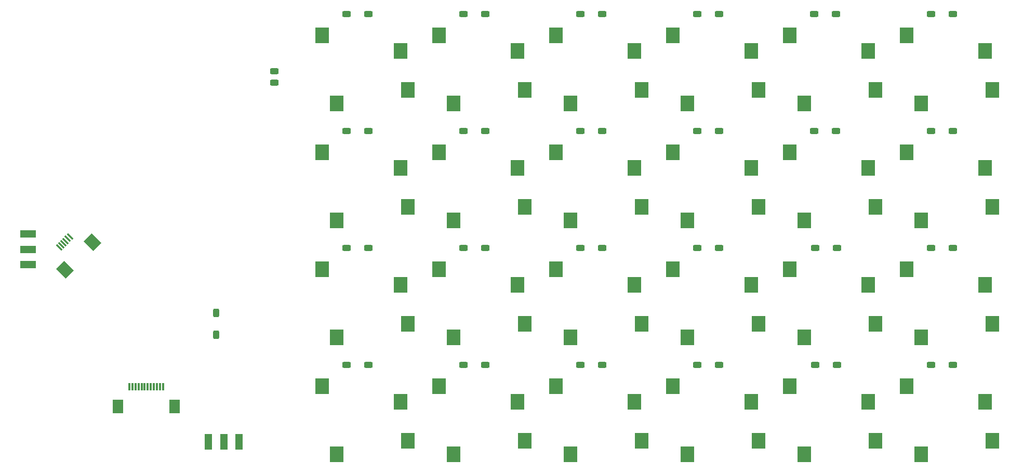
<source format=gbr>
%TF.GenerationSoftware,KiCad,Pcbnew,9.0.5-9.0.5~ubuntu24.04.1*%
%TF.CreationDate,2025-11-20T23:26:15+08:00*%
%TF.ProjectId,TPS,5450532e-6b69-4636-9164-5f7063625858,rev?*%
%TF.SameCoordinates,Original*%
%TF.FileFunction,Paste,Top*%
%TF.FilePolarity,Positive*%
%FSLAX46Y46*%
G04 Gerber Fmt 4.6, Leading zero omitted, Abs format (unit mm)*
G04 Created by KiCad (PCBNEW 9.0.5-9.0.5~ubuntu24.04.1) date 2025-11-20 23:26:15*
%MOMM*%
%LPD*%
G01*
G04 APERTURE LIST*
G04 Aperture macros list*
%AMRoundRect*
0 Rectangle with rounded corners*
0 $1 Rounding radius*
0 $2 $3 $4 $5 $6 $7 $8 $9 X,Y pos of 4 corners*
0 Add a 4 corners polygon primitive as box body*
4,1,4,$2,$3,$4,$5,$6,$7,$8,$9,$2,$3,0*
0 Add four circle primitives for the rounded corners*
1,1,$1+$1,$2,$3*
1,1,$1+$1,$4,$5*
1,1,$1+$1,$6,$7*
1,1,$1+$1,$8,$9*
0 Add four rect primitives between the rounded corners*
20,1,$1+$1,$2,$3,$4,$5,0*
20,1,$1+$1,$4,$5,$6,$7,0*
20,1,$1+$1,$6,$7,$8,$9,0*
20,1,$1+$1,$8,$9,$2,$3,0*%
%AMRotRect*
0 Rectangle, with rotation*
0 The origin of the aperture is its center*
0 $1 length*
0 $2 width*
0 $3 Rotation angle, in degrees counterclockwise*
0 Add horizontal line*
21,1,$1,$2,0,0,$3*%
%AMOutline4P*
0 Free polygon, 4 corners , with rotation*
0 The origin of the aperture is its center*
0 number of corners: always 4*
0 $1 to $8 corner X, Y*
0 $9 Rotation angle, in degrees counterclockwise*
0 create outline with 4 corners*
4,1,4,$1,$2,$3,$4,$5,$6,$7,$8,$1,$2,$9*%
G04 Aperture macros list end*
%ADD10RoundRect,0.250000X-0.450000X-0.250000X0.450000X-0.250000X0.450000X0.250000X-0.450000X0.250000X0*%
%ADD11Outline4P,-1.079500X-1.250000X1.079500X-1.250000X1.079500X1.250000X-1.079500X1.250000X180.000000*%
%ADD12RoundRect,0.250000X-0.250000X0.450000X-0.250000X-0.450000X0.250000X-0.450000X0.250000X0.450000X0*%
%ADD13RotRect,0.300000X1.300000X45.000000*%
%ADD14RotRect,1.800000X2.200000X45.000000*%
%ADD15RoundRect,0.243750X0.456250X-0.243750X0.456250X0.243750X-0.456250X0.243750X-0.456250X-0.243750X0*%
%ADD16Outline4P,-0.600000X-1.250000X0.600000X-1.250000X0.600000X1.250000X-0.600000X1.250000X270.000000*%
%ADD17R,0.300000X1.300000*%
%ADD18R,1.800000X2.200000*%
%ADD19Outline4P,-0.600000X-1.250000X0.600000X-1.250000X0.600000X1.250000X-0.600000X1.250000X0.000000*%
G04 APERTURE END LIST*
D10*
%TO.C,D13*%
X153025000Y-30000000D03*
X156575000Y-30000000D03*
%TD*%
%TO.C,D20*%
X172205000Y-87150000D03*
X175755000Y-87150000D03*
%TD*%
D11*
%TO.C,K16*%
X149004000Y-90595000D03*
X151419000Y-101675000D03*
X161797000Y-93135000D03*
X162971000Y-99475000D03*
%TD*%
D10*
%TO.C,D1*%
X95875000Y-30000000D03*
X99425000Y-30000000D03*
%TD*%
%TO.C,D18*%
X172075000Y-49050000D03*
X175625000Y-49050000D03*
%TD*%
D11*
%TO.C,K3*%
X91854000Y-71545000D03*
X94269000Y-82625000D03*
X104647000Y-74085000D03*
X105821000Y-80425000D03*
%TD*%
%TO.C,K4*%
X91854000Y-90595000D03*
X94269000Y-101675000D03*
X104647000Y-93135000D03*
X105821000Y-99475000D03*
%TD*%
D10*
%TO.C,D22*%
X191125000Y-49050000D03*
X194675000Y-49050000D03*
%TD*%
D11*
%TO.C,K1*%
X91854000Y-33445000D03*
X94269000Y-44525000D03*
X104647000Y-35985000D03*
X105821000Y-42325000D03*
%TD*%
D10*
%TO.C,D6*%
X114925000Y-49050000D03*
X118475000Y-49050000D03*
%TD*%
D11*
%TO.C,K7*%
X110904000Y-71545000D03*
X113319000Y-82625000D03*
X123697000Y-74085000D03*
X124871000Y-80425000D03*
%TD*%
%TO.C,K9*%
X129954000Y-33445000D03*
X132369000Y-44525000D03*
X142747000Y-35985000D03*
X143921000Y-42325000D03*
%TD*%
D10*
%TO.C,D2*%
X95875000Y-49050000D03*
X99425000Y-49050000D03*
%TD*%
%TO.C,D7*%
X114925000Y-68100000D03*
X118475000Y-68100000D03*
%TD*%
D11*
%TO.C,K17*%
X168054000Y-33445000D03*
X170469000Y-44525000D03*
X180847000Y-35985000D03*
X182021000Y-42325000D03*
%TD*%
%TO.C,K22*%
X187104000Y-52495000D03*
X189519000Y-63575000D03*
X199897000Y-55035000D03*
X201071000Y-61375000D03*
%TD*%
%TO.C,K21*%
X187104000Y-33445000D03*
X189519000Y-44525000D03*
X199897000Y-35985000D03*
X201071000Y-42325000D03*
%TD*%
D10*
%TO.C,D19*%
X172205000Y-68100000D03*
X175755000Y-68100000D03*
%TD*%
D11*
%TO.C,K23*%
X187104000Y-71545000D03*
X189519000Y-82625000D03*
X199897000Y-74085000D03*
X201071000Y-80425000D03*
%TD*%
D10*
%TO.C,D12*%
X133975000Y-87150000D03*
X137525000Y-87150000D03*
%TD*%
D12*
%TO.C,D25*%
X74638000Y-78668000D03*
X74638000Y-82218000D03*
%TD*%
D11*
%TO.C,K18*%
X168054000Y-52495000D03*
X170469000Y-63575000D03*
X180847000Y-55035000D03*
X182021000Y-61375000D03*
%TD*%
D10*
%TO.C,D4*%
X95875000Y-87150000D03*
X99425000Y-87150000D03*
%TD*%
%TO.C,D14*%
X153025000Y-49050000D03*
X156575000Y-49050000D03*
%TD*%
%TO.C,D11*%
X133975000Y-68100000D03*
X137525000Y-68100000D03*
%TD*%
%TO.C,D10*%
X133975000Y-49050000D03*
X137525000Y-49050000D03*
%TD*%
D11*
%TO.C,K13*%
X149004000Y-33445000D03*
X151419000Y-44525000D03*
X161797000Y-35985000D03*
X162971000Y-42325000D03*
%TD*%
D13*
%TO.C,J5*%
X49025969Y-68018736D03*
X49379522Y-67665183D03*
X49733076Y-67311629D03*
X50086629Y-66958076D03*
X50440183Y-66604522D03*
X50793736Y-66250969D03*
D14*
X49980563Y-71660336D03*
X54435336Y-67205563D03*
%TD*%
D11*
%TO.C,K12*%
X129954000Y-90595000D03*
X132369000Y-101675000D03*
X142747000Y-93135000D03*
X143921000Y-99475000D03*
%TD*%
D15*
%TO.C,F2*%
X84060000Y-41217500D03*
X84060000Y-39342500D03*
%TD*%
D10*
%TO.C,D16*%
X153025000Y-87150000D03*
X156575000Y-87150000D03*
%TD*%
%TO.C,D17*%
X172075000Y-30000000D03*
X175625000Y-30000000D03*
%TD*%
D16*
%TO.C,SW2*%
X43964000Y-65850000D03*
X43964000Y-68350000D03*
X43964000Y-70850000D03*
%TD*%
D11*
%TO.C,K14*%
X149004000Y-52495000D03*
X151419000Y-63575000D03*
X161797000Y-55035000D03*
X162971000Y-61375000D03*
%TD*%
D10*
%TO.C,D3*%
X95875000Y-68100000D03*
X99425000Y-68100000D03*
%TD*%
D11*
%TO.C,K5*%
X110904000Y-33445000D03*
X113319000Y-44525000D03*
X123697000Y-35985000D03*
X124871000Y-42325000D03*
%TD*%
%TO.C,K11*%
X129954000Y-71545000D03*
X132369000Y-82625000D03*
X142747000Y-74085000D03*
X143921000Y-80425000D03*
%TD*%
D10*
%TO.C,D15*%
X153025000Y-68100000D03*
X156575000Y-68100000D03*
%TD*%
D11*
%TO.C,K20*%
X168054000Y-90595000D03*
X170469000Y-101675000D03*
X180847000Y-93135000D03*
X182021000Y-99475000D03*
%TD*%
%TO.C,K15*%
X149004000Y-71545000D03*
X151419000Y-82625000D03*
X161797000Y-74085000D03*
X162971000Y-80425000D03*
%TD*%
D10*
%TO.C,D8*%
X114925000Y-87150000D03*
X118475000Y-87150000D03*
%TD*%
D11*
%TO.C,K10*%
X129954000Y-52495000D03*
X132369000Y-63575000D03*
X142747000Y-55035000D03*
X143921000Y-61375000D03*
%TD*%
D10*
%TO.C,D9*%
X133975000Y-30000000D03*
X137525000Y-30000000D03*
%TD*%
%TO.C,D24*%
X191125000Y-87150000D03*
X194675000Y-87150000D03*
%TD*%
D11*
%TO.C,K6*%
X110904000Y-52495000D03*
X113319000Y-63575000D03*
X123697000Y-55035000D03*
X124871000Y-61375000D03*
%TD*%
D17*
%TO.C,J2*%
X60471000Y-90702000D03*
X60971000Y-90702000D03*
X61471000Y-90702000D03*
X61971000Y-90702000D03*
X62471000Y-90702000D03*
X62971000Y-90702000D03*
X63471000Y-90702000D03*
X63971000Y-90702000D03*
X64471000Y-90702000D03*
X64971000Y-90702000D03*
X65471000Y-90702000D03*
X65971000Y-90702000D03*
D18*
X58571000Y-93952000D03*
X67871000Y-93952000D03*
%TD*%
D10*
%TO.C,D21*%
X191125000Y-30000000D03*
X194675000Y-30000000D03*
%TD*%
%TO.C,D5*%
X114925000Y-30000000D03*
X118475000Y-30000000D03*
%TD*%
D11*
%TO.C,K2*%
X91854000Y-52495000D03*
X94269000Y-63575000D03*
X104647000Y-55035000D03*
X105821000Y-61375000D03*
%TD*%
D19*
%TO.C,SW3*%
X73352000Y-99697000D03*
X75852000Y-99697000D03*
X78352000Y-99697000D03*
%TD*%
D10*
%TO.C,D23*%
X191125000Y-68100000D03*
X194675000Y-68100000D03*
%TD*%
D11*
%TO.C,K24*%
X187104000Y-90595000D03*
X189519000Y-101675000D03*
X199897000Y-93135000D03*
X201071000Y-99475000D03*
%TD*%
%TO.C,K8*%
X110904000Y-90595000D03*
X113319000Y-101675000D03*
X123697000Y-93135000D03*
X124871000Y-99475000D03*
%TD*%
%TO.C,K19*%
X168054000Y-71545000D03*
X170469000Y-82625000D03*
X180847000Y-74085000D03*
X182021000Y-80425000D03*
%TD*%
M02*

</source>
